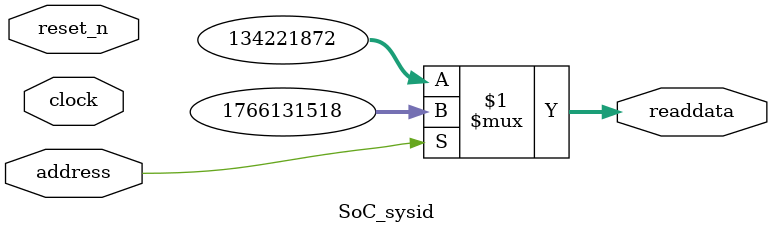
<source format=v>

`timescale 1ns / 1ps
// synthesis translate_on

// turn off superfluous verilog processor warnings 
// altera message_level Level1 
// altera message_off 10034 10035 10036 10037 10230 10240 10030 

module SoC_sysid (
               // inputs:
                address,
                clock,
                reset_n,

               // outputs:
                readdata
             )
;

  output  [ 31: 0] readdata;
  input            address;
  input            clock;
  input            reset_n;

  wire    [ 31: 0] readdata;
  //control_slave, which is an e_avalon_slave
  assign readdata = address ? 1766131518 : 134221872;

endmodule




</source>
